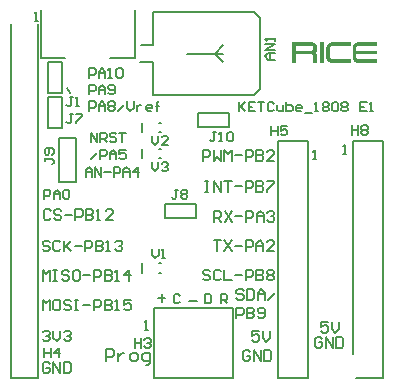
<source format=gto>
G04*
G04 #@! TF.GenerationSoftware,Altium Limited,Altium Designer,18.1.9 (240)*
G04*
G04 Layer_Color=65535*
%FSLAX25Y25*%
%MOIN*%
G70*
G01*
G75*
%ADD10C,0.00787*%
%ADD11C,0.00800*%
%ADD12C,0.00591*%
G36*
X123061Y111558D02*
X116960D01*
X116911Y111548D01*
X116851Y111538D01*
X116773Y111509D01*
X116694Y111479D01*
X116605Y111430D01*
X116517Y111361D01*
X116507Y111351D01*
X116487Y111332D01*
X116448Y111292D01*
X116409Y111233D01*
X116369Y111174D01*
X116330Y111095D01*
X116310Y111017D01*
X116300Y110928D01*
Y109984D01*
X123061D01*
Y108714D01*
X116300D01*
Y107760D01*
Y107750D01*
Y107730D01*
X116310Y107701D01*
Y107661D01*
X116340Y107563D01*
X116389Y107455D01*
X116428Y107396D01*
X116478Y107346D01*
X116527Y107287D01*
X116596Y107248D01*
X116684Y107209D01*
X116773Y107179D01*
X116881Y107159D01*
X117009Y107150D01*
X123061D01*
Y105910D01*
X116930D01*
X116871Y105920D01*
X116802Y105930D01*
X116714Y105939D01*
X116625Y105949D01*
X116527Y105979D01*
X116300Y106038D01*
X116064Y106126D01*
X115946Y106185D01*
X115818Y106254D01*
X115710Y106333D01*
X115592Y106421D01*
X115582Y106431D01*
X115562Y106441D01*
X115533Y106471D01*
X115503Y106520D01*
X115454Y106569D01*
X115405Y106628D01*
X115356Y106707D01*
X115297Y106786D01*
X115189Y106982D01*
X115090Y107209D01*
X115061Y107337D01*
X115031Y107465D01*
X115011Y107612D01*
X115001Y107760D01*
Y110928D01*
Y110938D01*
Y110958D01*
Y111007D01*
X115011Y111056D01*
X115021Y111125D01*
X115031Y111204D01*
X115080Y111381D01*
X115149Y111588D01*
X115198Y111696D01*
X115257Y111804D01*
X115326Y111912D01*
X115415Y112030D01*
X115503Y112129D01*
X115612Y112237D01*
X115621Y112247D01*
X115641Y112257D01*
X115671Y112286D01*
X115720Y112326D01*
X115779Y112365D01*
X115848Y112414D01*
X115927Y112463D01*
X116015Y112513D01*
X116222Y112611D01*
X116458Y112699D01*
X116724Y112768D01*
X116861Y112778D01*
X117009Y112788D01*
X123061D01*
Y111558D01*
D02*
G37*
G36*
X114313D02*
X108212D01*
X108163Y111548D01*
X108104Y111538D01*
X108025Y111509D01*
X107946Y111479D01*
X107858Y111430D01*
X107769Y111361D01*
X107759Y111351D01*
X107740Y111332D01*
X107700Y111292D01*
X107661Y111233D01*
X107622Y111174D01*
X107582Y111095D01*
X107562Y111017D01*
X107553Y110928D01*
Y107760D01*
Y107750D01*
Y107730D01*
X107562Y107701D01*
Y107661D01*
X107592Y107563D01*
X107641Y107455D01*
X107681Y107396D01*
X107730Y107346D01*
X107779Y107287D01*
X107848Y107248D01*
X107936Y107209D01*
X108025Y107179D01*
X108133Y107159D01*
X108261Y107150D01*
X114313D01*
Y105910D01*
X108182D01*
X108123Y105920D01*
X108054Y105930D01*
X107966Y105939D01*
X107877Y105949D01*
X107779Y105979D01*
X107553Y106038D01*
X107317Y106126D01*
X107198Y106185D01*
X107071Y106254D01*
X106962Y106333D01*
X106844Y106421D01*
X106834Y106431D01*
X106815Y106441D01*
X106785Y106471D01*
X106756Y106520D01*
X106706Y106569D01*
X106657Y106628D01*
X106608Y106707D01*
X106549Y106786D01*
X106441Y106982D01*
X106342Y107209D01*
X106313Y107337D01*
X106283Y107465D01*
X106264Y107612D01*
X106254Y107760D01*
Y110928D01*
Y110938D01*
Y110958D01*
Y111007D01*
X106264Y111056D01*
X106273Y111125D01*
X106283Y111204D01*
X106333Y111381D01*
X106401Y111588D01*
X106451Y111696D01*
X106510Y111804D01*
X106579Y111912D01*
X106667Y112030D01*
X106756Y112129D01*
X106864Y112237D01*
X106874Y112247D01*
X106893Y112257D01*
X106923Y112286D01*
X106972Y112326D01*
X107031Y112365D01*
X107100Y112414D01*
X107179Y112463D01*
X107267Y112513D01*
X107474Y112611D01*
X107710Y112699D01*
X107976Y112768D01*
X108114Y112778D01*
X108261Y112788D01*
X114313D01*
Y111558D01*
D02*
G37*
G36*
X105437Y105910D02*
X104138D01*
Y112788D01*
X105437D01*
Y105910D01*
D02*
G37*
G36*
X101324Y112768D02*
X101403Y112759D01*
X101481Y112749D01*
X101580Y112739D01*
X101678Y112709D01*
X101904Y112650D01*
X102141Y112562D01*
X102269Y112503D01*
X102387Y112434D01*
X102505Y112345D01*
X102613Y112257D01*
X102623Y112247D01*
X102643Y112237D01*
X102672Y112207D01*
X102701Y112158D01*
X102751Y112109D01*
X102800Y112050D01*
X102849Y111981D01*
X102908Y111893D01*
X103016Y111706D01*
X103115Y111469D01*
X103144Y111342D01*
X103174Y111214D01*
X103193Y111066D01*
X103203Y110918D01*
Y110554D01*
Y110545D01*
Y110525D01*
Y110485D01*
X103193Y110436D01*
X103184Y110377D01*
X103174Y110308D01*
X103144Y110151D01*
X103075Y109964D01*
X102987Y109757D01*
X102928Y109649D01*
X102859Y109551D01*
X102780Y109442D01*
X102692Y109344D01*
X102701Y109334D01*
X102711Y109324D01*
X102741Y109295D01*
X102770Y109246D01*
X102810Y109196D01*
X102849Y109137D01*
X102947Y108990D01*
X103046Y108813D01*
X103125Y108606D01*
X103184Y108389D01*
X103193Y108262D01*
X103203Y108143D01*
Y105910D01*
X101904D01*
Y108134D01*
Y108143D01*
Y108183D01*
X101895Y108232D01*
X101875Y108291D01*
X101855Y108360D01*
X101816Y108429D01*
X101757Y108498D01*
X101688Y108557D01*
X101678Y108567D01*
X101649Y108577D01*
X101609Y108606D01*
X101540Y108635D01*
X101471Y108655D01*
X101383Y108685D01*
X101294Y108695D01*
X101186Y108704D01*
X96483D01*
Y109974D01*
X101255D01*
X101294Y109984D01*
X101412Y110003D01*
X101550Y110043D01*
X101678Y110111D01*
X101737Y110161D01*
X101796Y110220D01*
X101836Y110279D01*
X101875Y110357D01*
X101895Y110446D01*
X101904Y110545D01*
Y110918D01*
Y110928D01*
Y110948D01*
Y110977D01*
X101895Y111017D01*
X101865Y111115D01*
X101816Y111233D01*
X101777Y111292D01*
X101727Y111351D01*
X101668Y111401D01*
X101599Y111450D01*
X101521Y111489D01*
X101422Y111519D01*
X101314Y111538D01*
X101186Y111548D01*
X96089D01*
Y105910D01*
X94800D01*
Y112778D01*
X101265D01*
X101324Y112768D01*
D02*
G37*
D10*
X44871Y82793D02*
Y85942D01*
X50481Y85942D02*
X51268D01*
X50481Y82793D02*
X51268D01*
X44871Y35925D02*
Y39075D01*
X50481Y39075D02*
X51268D01*
X50481Y35925D02*
X51268D01*
X44871Y74193D02*
Y77342D01*
X50481Y77342D02*
X51268D01*
X50481Y74193D02*
X51268D01*
X42490Y107500D02*
Y123500D01*
X11290Y107500D02*
Y123500D01*
X19900Y97500D02*
X20700Y95700D01*
X11290Y107500D02*
X19000D01*
X34201Y107418D02*
X42490Y107500D01*
X27787Y79456D02*
Y82604D01*
X29886Y79456D01*
Y82604D01*
X30936Y79456D02*
Y82604D01*
X32510D01*
X33035Y82079D01*
Y81030D01*
X32510Y80505D01*
X30936D01*
X31986D02*
X33035Y79456D01*
X36184Y82079D02*
X35659Y82604D01*
X34609D01*
X34085Y82079D01*
Y81555D01*
X34609Y81030D01*
X35659D01*
X36184Y80505D01*
Y79980D01*
X35659Y79456D01*
X34609D01*
X34085Y79980D01*
X37233Y82604D02*
X39332D01*
X38283D01*
Y79456D01*
X27787Y73787D02*
X29886Y75886D01*
X30936Y73787D02*
Y76936D01*
X32510D01*
X33035Y76411D01*
Y75362D01*
X32510Y74837D01*
X30936D01*
X34085Y73787D02*
Y75886D01*
X35134Y76936D01*
X36184Y75886D01*
Y73787D01*
Y75362D01*
X34085D01*
X39332Y76936D02*
X37233D01*
Y75362D01*
X38283Y75886D01*
X38807D01*
X39332Y75362D01*
Y74312D01*
X38807Y73787D01*
X37758D01*
X37233Y74312D01*
X78649Y29880D02*
X78058Y30470D01*
X76878D01*
X76287Y29880D01*
Y29289D01*
X76878Y28699D01*
X78058D01*
X78649Y28109D01*
Y27518D01*
X78058Y26928D01*
X76878D01*
X76287Y27518D01*
X79830Y30470D02*
Y26928D01*
X81601D01*
X82191Y27518D01*
Y29880D01*
X81601Y30470D01*
X79830D01*
X83372Y26928D02*
Y29289D01*
X84552Y30470D01*
X85733Y29289D01*
Y26928D01*
Y28699D01*
X83372D01*
X86914Y26928D02*
X89275Y29289D01*
X76287Y20787D02*
Y24330D01*
X78058D01*
X78649Y23739D01*
Y22558D01*
X78058Y21968D01*
X76287D01*
X79830Y24330D02*
Y20787D01*
X81601D01*
X82191Y21378D01*
Y21968D01*
X81601Y22558D01*
X79830D01*
X81601D01*
X82191Y23149D01*
Y23739D01*
X81601Y24330D01*
X79830D01*
X83372Y21378D02*
X83962Y20787D01*
X85143D01*
X85733Y21378D01*
Y23739D01*
X85143Y24330D01*
X83962D01*
X83372Y23739D01*
Y23149D01*
X83962Y22558D01*
X85733D01*
X45701Y17000D02*
X46750D01*
X46226D01*
Y20149D01*
X45701Y19624D01*
X71100Y25700D02*
Y28849D01*
X72674D01*
X73199Y28324D01*
Y27274D01*
X72674Y26750D01*
X71100D01*
X72149D02*
X73199Y25700D01*
X65850Y28849D02*
Y25700D01*
X67424D01*
X67949Y26225D01*
Y28324D01*
X67424Y28849D01*
X65850D01*
X57449Y28324D02*
X56924Y28849D01*
X55875D01*
X55350Y28324D01*
Y26225D01*
X55875Y25700D01*
X56924D01*
X57449Y26225D01*
X77200Y92849D02*
Y89700D01*
Y90750D01*
X79299Y92849D01*
X77725Y91274D01*
X79299Y89700D01*
X82448Y92849D02*
X80349D01*
Y89700D01*
X82448D01*
X80349Y91274D02*
X81398D01*
X83497Y92849D02*
X85596D01*
X84547D01*
Y89700D01*
X88745Y92324D02*
X88220Y92849D01*
X87170D01*
X86646Y92324D01*
Y90225D01*
X87170Y89700D01*
X88220D01*
X88745Y90225D01*
X89794Y91799D02*
Y90225D01*
X90319Y89700D01*
X91893D01*
Y91799D01*
X92943Y92849D02*
Y89700D01*
X94517D01*
X95042Y90225D01*
Y90750D01*
Y91274D01*
X94517Y91799D01*
X92943D01*
X97666Y89700D02*
X96616D01*
X96092Y90225D01*
Y91274D01*
X96616Y91799D01*
X97666D01*
X98191Y91274D01*
Y90750D01*
X96092D01*
X99240Y89175D02*
X101339D01*
X102389Y89700D02*
X103438D01*
X102913D01*
Y92849D01*
X102389Y92324D01*
X105013D02*
X105537Y92849D01*
X106587D01*
X107112Y92324D01*
Y91799D01*
X106587Y91274D01*
X107112Y90750D01*
Y90225D01*
X106587Y89700D01*
X105537D01*
X105013Y90225D01*
Y90750D01*
X105537Y91274D01*
X105013Y91799D01*
Y92324D01*
X105537Y91274D02*
X106587D01*
X108161Y92324D02*
X108686Y92849D01*
X109735D01*
X110260Y92324D01*
Y90225D01*
X109735Y89700D01*
X108686D01*
X108161Y90225D01*
Y92324D01*
X111310D02*
X111835Y92849D01*
X112884D01*
X113409Y92324D01*
Y91799D01*
X112884Y91274D01*
X113409Y90750D01*
Y90225D01*
X112884Y89700D01*
X111835D01*
X111310Y90225D01*
Y90750D01*
X111835Y91274D01*
X111310Y91799D01*
Y92324D01*
X111835Y91274D02*
X112884D01*
X119706Y92849D02*
X117607D01*
Y89700D01*
X119706D01*
X117607Y91274D02*
X118656D01*
X120756Y89700D02*
X121805D01*
X121280D01*
Y92849D01*
X120756Y92324D01*
X60600Y26568D02*
X63224D01*
X50000Y27468D02*
X52624D01*
X51312Y28780D02*
Y26156D01*
X32900Y6500D02*
Y10436D01*
X34868D01*
X35524Y9780D01*
Y8468D01*
X34868Y7812D01*
X32900D01*
X36836Y9124D02*
Y6500D01*
Y7812D01*
X37492Y8468D01*
X38148Y9124D01*
X38804D01*
X41427Y6500D02*
X42739D01*
X43395Y7156D01*
Y8468D01*
X42739Y9124D01*
X41427D01*
X40771Y8468D01*
Y7156D01*
X41427Y6500D01*
X46019Y5188D02*
X46675D01*
X47331Y5844D01*
Y9124D01*
X45363D01*
X44707Y8468D01*
Y7156D01*
X45363Y6500D01*
X47331D01*
X67561Y36352D02*
X66971Y36942D01*
X65790D01*
X65200Y36352D01*
Y35761D01*
X65790Y35171D01*
X66971D01*
X67561Y34581D01*
Y33990D01*
X66971Y33400D01*
X65790D01*
X65200Y33990D01*
X71104Y36352D02*
X70513Y36942D01*
X69332D01*
X68742Y36352D01*
Y33990D01*
X69332Y33400D01*
X70513D01*
X71104Y33990D01*
X72284Y36942D02*
Y33400D01*
X74646D01*
X75827Y35171D02*
X78188D01*
X79369Y33400D02*
Y36942D01*
X81140D01*
X81730Y36352D01*
Y35171D01*
X81140Y34581D01*
X79369D01*
X82911Y36942D02*
Y33400D01*
X84682D01*
X85272Y33990D01*
Y34581D01*
X84682Y35171D01*
X82911D01*
X84682D01*
X85272Y35761D01*
Y36352D01*
X84682Y36942D01*
X82911D01*
X86453Y36352D02*
X87043Y36942D01*
X88224D01*
X88814Y36352D01*
Y35761D01*
X88224Y35171D01*
X88814Y34581D01*
Y33990D01*
X88224Y33400D01*
X87043D01*
X86453Y33990D01*
Y34581D01*
X87043Y35171D01*
X86453Y35761D01*
Y36352D01*
X87043Y35171D02*
X88224D01*
X26000Y68000D02*
Y70099D01*
X27049Y71149D01*
X28099Y70099D01*
Y68000D01*
Y69574D01*
X26000D01*
X29149Y68000D02*
Y71149D01*
X31248Y68000D01*
Y71149D01*
X32297Y69574D02*
X34396D01*
X35446Y68000D02*
Y71149D01*
X37020D01*
X37545Y70624D01*
Y69574D01*
X37020Y69050D01*
X35446D01*
X38594Y68000D02*
Y70099D01*
X39644Y71149D01*
X40693Y70099D01*
Y68000D01*
Y69574D01*
X38594D01*
X43317Y68000D02*
Y71149D01*
X41743Y69574D01*
X43842D01*
X12200Y60500D02*
Y63649D01*
X13774D01*
X14299Y63124D01*
Y62074D01*
X13774Y61550D01*
X12200D01*
X15349Y60500D02*
Y62599D01*
X16398Y63649D01*
X17448Y62599D01*
Y60500D01*
Y62074D01*
X15349D01*
X18497Y63124D02*
X19022Y63649D01*
X20072D01*
X20596Y63124D01*
Y61025D01*
X20072Y60500D01*
X19022D01*
X18497Y61025D01*
Y63124D01*
X27300Y89900D02*
Y93049D01*
X28874D01*
X29399Y92524D01*
Y91474D01*
X28874Y90949D01*
X27300D01*
X30449Y89900D02*
Y91999D01*
X31498Y93049D01*
X32548Y91999D01*
Y89900D01*
Y91474D01*
X30449D01*
X33597Y92524D02*
X34122Y93049D01*
X35171D01*
X35696Y92524D01*
Y91999D01*
X35171Y91474D01*
X35696Y90949D01*
Y90425D01*
X35171Y89900D01*
X34122D01*
X33597Y90425D01*
Y90949D01*
X34122Y91474D01*
X33597Y91999D01*
Y92524D01*
X34122Y91474D02*
X35171D01*
X36746Y89900D02*
X38845Y91999D01*
X39894Y93049D02*
Y90949D01*
X40944Y89900D01*
X41993Y90949D01*
Y93049D01*
X43043Y91999D02*
Y89900D01*
Y90949D01*
X43568Y91474D01*
X44093Y91999D01*
X44617D01*
X47766Y89900D02*
X46716D01*
X46191Y90425D01*
Y91474D01*
X46716Y91999D01*
X47766D01*
X48291Y91474D01*
Y90949D01*
X46191D01*
X49865Y89900D02*
Y92524D01*
Y91474D01*
X49340D01*
X50390D01*
X49865D01*
Y92524D01*
X50390Y93049D01*
X27300Y95400D02*
Y98549D01*
X28874D01*
X29399Y98024D01*
Y96974D01*
X28874Y96450D01*
X27300D01*
X30449Y95400D02*
Y97499D01*
X31498Y98549D01*
X32548Y97499D01*
Y95400D01*
Y96974D01*
X30449D01*
X33597Y95925D02*
X34122Y95400D01*
X35171D01*
X35696Y95925D01*
Y98024D01*
X35171Y98549D01*
X34122D01*
X33597Y98024D01*
Y97499D01*
X34122Y96974D01*
X35696D01*
X27300Y100900D02*
Y104049D01*
X28874D01*
X29399Y103524D01*
Y102474D01*
X28874Y101950D01*
X27300D01*
X30449Y100900D02*
Y102999D01*
X31498Y104049D01*
X32548Y102999D01*
Y100900D01*
Y102474D01*
X30449D01*
X33597Y100900D02*
X34647D01*
X34122D01*
Y104049D01*
X33597Y103524D01*
X36221D02*
X36746Y104049D01*
X37795D01*
X38320Y103524D01*
Y101425D01*
X37795Y100900D01*
X36746D01*
X36221Y101425D01*
Y103524D01*
X14361Y56452D02*
X13771Y57042D01*
X12590D01*
X12000Y56452D01*
Y54090D01*
X12590Y53500D01*
X13771D01*
X14361Y54090D01*
X17904Y56452D02*
X17313Y57042D01*
X16132D01*
X15542Y56452D01*
Y55861D01*
X16132Y55271D01*
X17313D01*
X17904Y54681D01*
Y54090D01*
X17313Y53500D01*
X16132D01*
X15542Y54090D01*
X19084Y55271D02*
X21446D01*
X22626Y53500D02*
Y57042D01*
X24398D01*
X24988Y56452D01*
Y55271D01*
X24398Y54681D01*
X22626D01*
X26169Y57042D02*
Y53500D01*
X27940D01*
X28530Y54090D01*
Y54681D01*
X27940Y55271D01*
X26169D01*
X27940D01*
X28530Y55861D01*
Y56452D01*
X27940Y57042D01*
X26169D01*
X29711Y53500D02*
X30891D01*
X30301D01*
Y57042D01*
X29711Y56452D01*
X35024Y53500D02*
X32663D01*
X35024Y55861D01*
Y56452D01*
X34434Y57042D01*
X33253D01*
X32663Y56452D01*
X14061Y46052D02*
X13471Y46642D01*
X12290D01*
X11700Y46052D01*
Y45461D01*
X12290Y44871D01*
X13471D01*
X14061Y44281D01*
Y43690D01*
X13471Y43100D01*
X12290D01*
X11700Y43690D01*
X17604Y46052D02*
X17013Y46642D01*
X15833D01*
X15242Y46052D01*
Y43690D01*
X15833Y43100D01*
X17013D01*
X17604Y43690D01*
X18784Y46642D02*
Y43100D01*
Y44281D01*
X21146Y46642D01*
X19375Y44871D01*
X21146Y43100D01*
X22327Y44871D02*
X24688D01*
X25869Y43100D02*
Y46642D01*
X27640D01*
X28230Y46052D01*
Y44871D01*
X27640Y44281D01*
X25869D01*
X29411Y46642D02*
Y43100D01*
X31182D01*
X31772Y43690D01*
Y44281D01*
X31182Y44871D01*
X29411D01*
X31182D01*
X31772Y45461D01*
Y46052D01*
X31182Y46642D01*
X29411D01*
X32953Y43100D02*
X34134D01*
X33543D01*
Y46642D01*
X32953Y46052D01*
X35905D02*
X36495Y46642D01*
X37676D01*
X38266Y46052D01*
Y45461D01*
X37676Y44871D01*
X37086D01*
X37676D01*
X38266Y44281D01*
Y43690D01*
X37676Y43100D01*
X36495D01*
X35905Y43690D01*
X11700Y23400D02*
Y26942D01*
X12881Y25761D01*
X14061Y26942D01*
Y23400D01*
X17013Y26942D02*
X15833D01*
X15242Y26352D01*
Y23990D01*
X15833Y23400D01*
X17013D01*
X17604Y23990D01*
Y26352D01*
X17013Y26942D01*
X21146Y26352D02*
X20555Y26942D01*
X19375D01*
X18784Y26352D01*
Y25761D01*
X19375Y25171D01*
X20555D01*
X21146Y24581D01*
Y23990D01*
X20555Y23400D01*
X19375D01*
X18784Y23990D01*
X22327Y26942D02*
X23507D01*
X22917D01*
Y23400D01*
X22327D01*
X23507D01*
X25278Y25171D02*
X27640D01*
X28820Y23400D02*
Y26942D01*
X30591D01*
X31182Y26352D01*
Y25171D01*
X30591Y24581D01*
X28820D01*
X32363Y26942D02*
Y23400D01*
X34134D01*
X34724Y23990D01*
Y24581D01*
X34134Y25171D01*
X32363D01*
X34134D01*
X34724Y25761D01*
Y26352D01*
X34134Y26942D01*
X32363D01*
X35905Y23400D02*
X37086D01*
X36495D01*
Y26942D01*
X35905Y26352D01*
X41218Y26942D02*
X38857D01*
Y25171D01*
X40037Y25761D01*
X40628D01*
X41218Y25171D01*
Y23990D01*
X40628Y23400D01*
X39447D01*
X38857Y23990D01*
X11700Y33300D02*
Y36842D01*
X12881Y35661D01*
X14061Y36842D01*
Y33300D01*
X15242Y36842D02*
X16423D01*
X15833D01*
Y33300D01*
X15242D01*
X16423D01*
X20555Y36252D02*
X19965Y36842D01*
X18784D01*
X18194Y36252D01*
Y35661D01*
X18784Y35071D01*
X19965D01*
X20555Y34481D01*
Y33890D01*
X19965Y33300D01*
X18784D01*
X18194Y33890D01*
X23507Y36842D02*
X22327D01*
X21736Y36252D01*
Y33890D01*
X22327Y33300D01*
X23507D01*
X24098Y33890D01*
Y36252D01*
X23507Y36842D01*
X25278Y35071D02*
X27640D01*
X28820Y33300D02*
Y36842D01*
X30591D01*
X31182Y36252D01*
Y35071D01*
X30591Y34481D01*
X28820D01*
X32363Y36842D02*
Y33300D01*
X34134D01*
X34724Y33890D01*
Y34481D01*
X34134Y35071D01*
X32363D01*
X34134D01*
X34724Y35661D01*
Y36252D01*
X34134Y36842D01*
X32363D01*
X35905Y33300D02*
X37086D01*
X36495D01*
Y36842D01*
X35905Y36252D01*
X40628Y33300D02*
Y36842D01*
X38857Y35071D01*
X41218D01*
X65790Y66543D02*
X66971D01*
X66381D01*
Y63001D01*
X65790D01*
X66971D01*
X68742D02*
Y66543D01*
X71104Y63001D01*
Y66543D01*
X72284D02*
X74646D01*
X73465D01*
Y63001D01*
X75827Y64772D02*
X78188D01*
X79369Y63001D02*
Y66543D01*
X81140D01*
X81730Y65953D01*
Y64772D01*
X81140Y64182D01*
X79369D01*
X82911Y66543D02*
Y63001D01*
X84682D01*
X85272Y63591D01*
Y64182D01*
X84682Y64772D01*
X82911D01*
X84682D01*
X85272Y65362D01*
Y65953D01*
X84682Y66543D01*
X82911D01*
X86453D02*
X88814D01*
Y65953D01*
X86453Y63591D01*
Y63001D01*
X65200Y73300D02*
Y76842D01*
X66971D01*
X67561Y76252D01*
Y75071D01*
X66971Y74481D01*
X65200D01*
X68742Y76842D02*
Y73300D01*
X69923Y74481D01*
X71104Y73300D01*
Y76842D01*
X72284Y73300D02*
Y76842D01*
X73465Y75661D01*
X74646Y76842D01*
Y73300D01*
X75827Y75071D02*
X78188D01*
X79369Y73300D02*
Y76842D01*
X81140D01*
X81730Y76252D01*
Y75071D01*
X81140Y74481D01*
X79369D01*
X82911Y76842D02*
Y73300D01*
X84682D01*
X85272Y73890D01*
Y74481D01*
X84682Y75071D01*
X82911D01*
X84682D01*
X85272Y75661D01*
Y76252D01*
X84682Y76842D01*
X82911D01*
X88814Y73300D02*
X86453D01*
X88814Y75661D01*
Y76252D01*
X88224Y76842D01*
X87043D01*
X86453Y76252D01*
X68842Y53000D02*
Y56542D01*
X70613D01*
X71204Y55952D01*
Y54771D01*
X70613Y54181D01*
X68842D01*
X70023D02*
X71204Y53000D01*
X72384Y56542D02*
X74746Y53000D01*
Y56542D02*
X72384Y53000D01*
X75927Y54771D02*
X78288D01*
X79469Y53000D02*
Y56542D01*
X81240D01*
X81830Y55952D01*
Y54771D01*
X81240Y54181D01*
X79469D01*
X83011Y53000D02*
Y55361D01*
X84192Y56542D01*
X85372Y55361D01*
Y53000D01*
Y54771D01*
X83011D01*
X86553Y55952D02*
X87143Y56542D01*
X88324D01*
X88914Y55952D01*
Y55361D01*
X88324Y54771D01*
X87734D01*
X88324D01*
X88914Y54181D01*
Y53590D01*
X88324Y53000D01*
X87143D01*
X86553Y53590D01*
X68742Y46742D02*
X71104D01*
X69923D01*
Y43200D01*
X72284Y46742D02*
X74646Y43200D01*
Y46742D02*
X72284Y43200D01*
X75827Y44971D02*
X78188D01*
X79369Y43200D02*
Y46742D01*
X81140D01*
X81730Y46152D01*
Y44971D01*
X81140Y44381D01*
X79369D01*
X82911Y43200D02*
Y45561D01*
X84092Y46742D01*
X85272Y45561D01*
Y43200D01*
Y44971D01*
X82911D01*
X88814Y43200D02*
X86453D01*
X88814Y45561D01*
Y46152D01*
X88224Y46742D01*
X87043D01*
X86453Y46152D01*
X80861Y9452D02*
X80271Y10042D01*
X79090D01*
X78500Y9452D01*
Y7090D01*
X79090Y6500D01*
X80271D01*
X80861Y7090D01*
Y8271D01*
X79681D01*
X82042Y6500D02*
Y10042D01*
X84404Y6500D01*
Y10042D01*
X85584D02*
Y6500D01*
X87355D01*
X87946Y7090D01*
Y9452D01*
X87355Y10042D01*
X85584D01*
X106861Y19542D02*
X104500D01*
Y17771D01*
X105681Y18361D01*
X106271D01*
X106861Y17771D01*
Y16590D01*
X106271Y16000D01*
X105090D01*
X104500Y16590D01*
X108042Y19542D02*
Y17181D01*
X109223Y16000D01*
X110404Y17181D01*
Y19542D01*
X11700Y16052D02*
X12290Y16642D01*
X13471D01*
X14061Y16052D01*
Y15461D01*
X13471Y14871D01*
X12881D01*
X13471D01*
X14061Y14281D01*
Y13690D01*
X13471Y13100D01*
X12290D01*
X11700Y13690D01*
X15242Y16642D02*
Y14281D01*
X16423Y13100D01*
X17604Y14281D01*
Y16642D01*
X18784Y16052D02*
X19375Y16642D01*
X20555D01*
X21146Y16052D01*
Y15461D01*
X20555Y14871D01*
X19965D01*
X20555D01*
X21146Y14281D01*
Y13690D01*
X20555Y13100D01*
X19375D01*
X18784Y13690D01*
X14061Y5452D02*
X13471Y6042D01*
X12290D01*
X11700Y5452D01*
Y3090D01*
X12290Y2500D01*
X13471D01*
X14061Y3090D01*
Y4271D01*
X12881D01*
X15242Y2500D02*
Y6042D01*
X17604Y2500D01*
Y6042D01*
X18784D02*
Y2500D01*
X20555D01*
X21146Y3090D01*
Y5452D01*
X20555Y6042D01*
X18784D01*
X83861Y16542D02*
X81500D01*
Y14771D01*
X82681Y15361D01*
X83271D01*
X83861Y14771D01*
Y13590D01*
X83271Y13000D01*
X82090D01*
X81500Y13590D01*
X85042Y16542D02*
Y14181D01*
X86223Y13000D01*
X87404Y14181D01*
Y16542D01*
X104861Y13952D02*
X104271Y14542D01*
X103090D01*
X102500Y13952D01*
Y11590D01*
X103090Y11000D01*
X104271D01*
X104861Y11590D01*
Y12771D01*
X103681D01*
X106042Y11000D02*
Y14542D01*
X108404Y11000D01*
Y14542D01*
X109584D02*
Y11000D01*
X111355D01*
X111946Y11590D01*
Y13952D01*
X111355Y14542D01*
X109584D01*
X69499Y82849D02*
X68449D01*
X68974D01*
Y80225D01*
X68449Y79700D01*
X67925D01*
X67400Y80225D01*
X70549Y79700D02*
X71598D01*
X71073D01*
Y82849D01*
X70549Y82324D01*
X73172D02*
X73697Y82849D01*
X74747D01*
X75271Y82324D01*
Y80225D01*
X74747Y79700D01*
X73697D01*
X73172Y80225D01*
Y82324D01*
X12351Y74231D02*
Y73181D01*
Y73706D01*
X14975D01*
X15500Y73181D01*
Y72656D01*
X14975Y72132D01*
Y75280D02*
X15500Y75805D01*
Y76854D01*
X14975Y77379D01*
X12876D01*
X12351Y76854D01*
Y75805D01*
X12876Y75280D01*
X13401D01*
X13926Y75805D01*
Y77379D01*
X56799Y63649D02*
X55749D01*
X56274D01*
Y61025D01*
X55749Y60500D01*
X55225D01*
X54700Y61025D01*
X57849Y63124D02*
X58373Y63649D01*
X59423D01*
X59948Y63124D01*
Y62599D01*
X59423Y62074D01*
X59948Y61550D01*
Y61025D01*
X59423Y60500D01*
X58373D01*
X57849Y61025D01*
Y61550D01*
X58373Y62074D01*
X57849Y62599D01*
Y63124D01*
X58373Y62074D02*
X59423D01*
X21699Y88849D02*
X20650D01*
X21174D01*
Y86225D01*
X20650Y85700D01*
X20125D01*
X19600Y86225D01*
X22749Y88849D02*
X24848D01*
Y88324D01*
X22749Y86225D01*
Y85700D01*
X21699Y94549D02*
X20650D01*
X21174D01*
Y91925D01*
X20650Y91400D01*
X20125D01*
X19600Y91925D01*
X22749Y91400D02*
X23798D01*
X23273D01*
Y94549D01*
X22749Y94024D01*
X87900Y84849D02*
Y81700D01*
Y83274D01*
X89999D01*
Y84849D01*
Y81700D01*
X93148Y84849D02*
X91049D01*
Y83274D01*
X92098Y83799D01*
X92623D01*
X93148Y83274D01*
Y82225D01*
X92623Y81700D01*
X91573D01*
X91049Y82225D01*
X12300Y10849D02*
Y7700D01*
Y9274D01*
X14399D01*
Y10849D01*
Y7700D01*
X17023D02*
Y10849D01*
X15449Y9274D01*
X17548D01*
X42400Y14049D02*
Y10900D01*
Y12474D01*
X44499D01*
Y14049D01*
Y10900D01*
X45549Y13524D02*
X46073Y14049D01*
X47123D01*
X47648Y13524D01*
Y12999D01*
X47123Y12474D01*
X46598D01*
X47123D01*
X47648Y11949D01*
Y11425D01*
X47123Y10900D01*
X46073D01*
X45549Y11425D01*
X89000Y107000D02*
X86901D01*
X85851Y108049D01*
X86901Y109099D01*
X89000D01*
X87426D01*
Y107000D01*
X89000Y110149D02*
X85851D01*
X89000Y112248D01*
X85851D01*
X89000Y113297D02*
Y114347D01*
Y113822D01*
X85851D01*
X86376Y113297D01*
X114800Y85049D02*
Y81900D01*
Y83474D01*
X116899D01*
Y85049D01*
Y81900D01*
X117949Y84524D02*
X118473Y85049D01*
X119523D01*
X120048Y84524D01*
Y83999D01*
X119523Y83474D01*
X120048Y82950D01*
Y82425D01*
X119523Y81900D01*
X118473D01*
X117949Y82425D01*
Y82950D01*
X118473Y83474D01*
X117949Y83999D01*
Y84524D01*
X118473Y83474D02*
X119523D01*
X48200Y72849D02*
Y70749D01*
X49250Y69700D01*
X50299Y70749D01*
Y72849D01*
X51349Y72324D02*
X51873Y72849D01*
X52923D01*
X53448Y72324D01*
Y71799D01*
X52923Y71274D01*
X52398D01*
X52923D01*
X53448Y70749D01*
Y70225D01*
X52923Y69700D01*
X51873D01*
X51349Y70225D01*
X48200Y81649D02*
Y79549D01*
X49250Y78500D01*
X50299Y79549D01*
Y81649D01*
X53448Y78500D02*
X51349D01*
X53448Y80599D01*
Y81124D01*
X52923Y81649D01*
X51873D01*
X51349Y81124D01*
X48225Y43949D02*
Y41849D01*
X49275Y40800D01*
X50324Y41849D01*
Y43949D01*
X51374Y40800D02*
X52423D01*
X51898D01*
Y43949D01*
X51374Y43424D01*
D11*
X115000Y9000D02*
Y80000D01*
X116000Y1000D02*
X125000D01*
Y80000D01*
X115000Y80000D02*
X125000Y80000D01*
X100000Y1000D02*
Y80000D01*
X90000Y80000D02*
X100000Y80000D01*
X90000Y1000D02*
X100000D01*
X90000D02*
Y80000D01*
X10000Y1000D02*
Y118800D01*
X1000Y1000D02*
X10000D01*
X1000Y118800D02*
X1000Y1000D01*
X82018Y122780D02*
X83987Y120811D01*
X59971Y109000D02*
X71782D01*
X83987Y97189D02*
Y120811D01*
X82018Y95221D02*
X83987Y97189D01*
X69026Y109000D02*
X71782Y106244D01*
X69026Y109000D02*
X71782Y111756D01*
X48553Y122780D02*
X82018D01*
X48553Y111953D02*
Y122780D01*
X44500Y111953D02*
X48553D01*
Y95221D02*
X82018D01*
X48553D02*
Y106047D01*
X44200D02*
X48553D01*
X111900Y75600D02*
X112900D01*
X112400D01*
Y78599D01*
X111900Y78099D01*
X101900Y73800D02*
X102900D01*
X102400D01*
Y76799D01*
X101900Y76299D01*
X9000Y120000D02*
X10000D01*
X9500D01*
Y122999D01*
X9000Y122499D01*
D12*
X75000Y1000D02*
Y24200D01*
X48900D02*
X75000D01*
X48900Y1000D02*
X75000D01*
X48900D02*
Y24200D01*
X22756Y66020D02*
Y80980D01*
X17244Y66020D02*
X22756D01*
X17244D02*
Y80980D01*
X22756D01*
X63500Y84500D02*
X73900D01*
Y89300D01*
X63500D02*
X73900D01*
X63500Y84500D02*
Y89300D01*
X13500Y95800D02*
Y106200D01*
Y95800D02*
X18300D01*
Y106200D01*
X13500D02*
X18300D01*
X13500Y84100D02*
X18300D01*
X13500D02*
Y94500D01*
X18300D01*
Y84100D02*
Y94500D01*
X52400Y54100D02*
X62800D01*
Y58900D01*
X52400D02*
X62800D01*
X52400Y54100D02*
Y58900D01*
M02*

</source>
